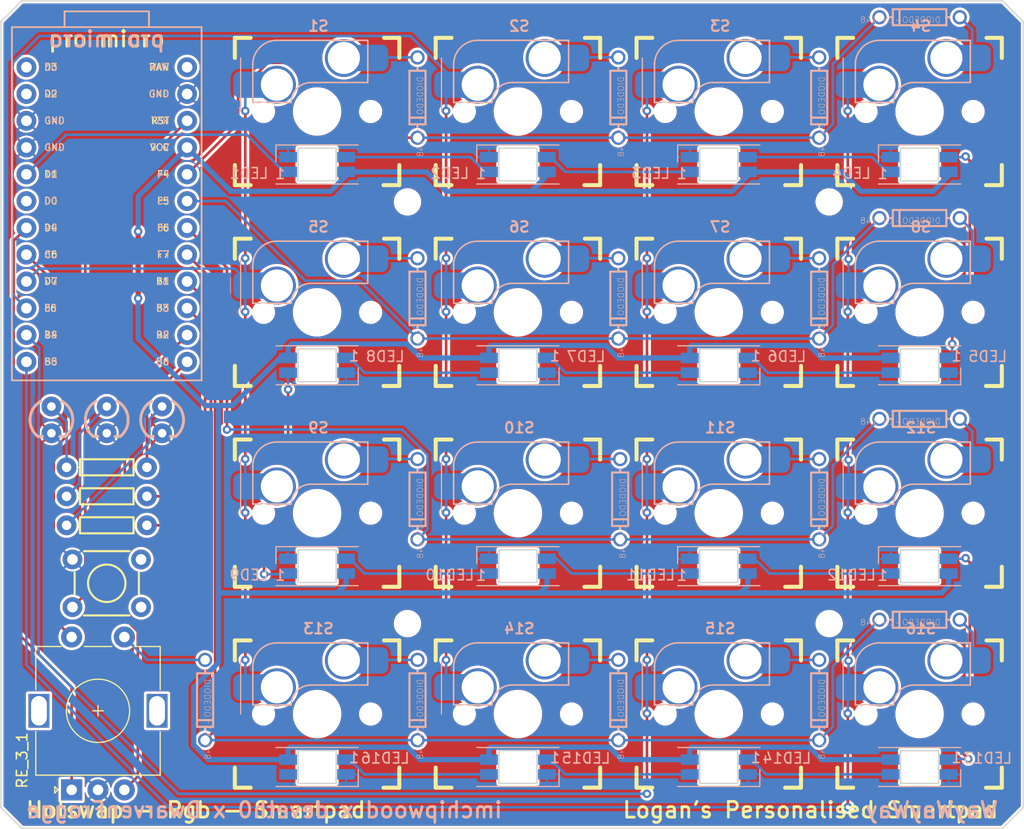
<source format=kicad_pcb>
(kicad_pcb (version 20240108) (generator "pcbnew") (generator_version "8.0")
  (layers (0 "F.Cu" signal) (31 "B.Cu" signal) (34 "B.Paste" user) (35 "F.Paste" user) (36 "B.SilkS" user "B.Silkscreen") (37 "F.SilkS" user "F.Silkscreen") (38 "B.Mask" user) (39 "F.Mask" user) (44 "Edge.Cuts" user))
  (net 0 "")
  (net 1 "GND")
  (net 2 "/RAW")
  (net 3 "/RESET")
  (net 4 "/ROW0")
  (net 5 "/ROW1")
  (net 6 "VCC")
  (net 7 "/ROW2")
  (net 8 "/ROW3")
  (net 9 "/LED1")
  (net 10 "/LED2")
  (net 11 "/ENCODER0_L0")
  (net 12 "/LED0")
  (net 13 "/COL4")
  (net 14 "/COL3")
  (net 15 "/COL2")
  (net 16 "/COL1")
  (net 17 "/COL0")
  (net 18 "/ENCODER0_L1")
  (net 19 "/NC{slash}RX{slash}D2")
  (net 20 "/NC{slash}TX{slash}D3")
  (net 21 "Net-(D1-PadA)")
  (net 22 "Net-(D2-PadA)")
  (net 23 "Net-(D3-PadA)")
  (net 24 "Net-(D4-PadA)")
  (net 25 "Net-(D5-PadA)")
  (net 26 "Net-(D6-PadA)")
  (net 27 "Net-(D7-PadA)")
  (net 28 "Net-(D8-PadA)")
  (net 29 "Net-(D9-PadA)")
  (net 30 "Net-(D10-PadA)")
  (net 31 "Net-(D11-PadA)")
  (net 32 "Net-(D12-PadA)")
  (net 33 "Net-(D13-PadA)")
  (net 34 "Net-(D14-PadA)")
  (net 35 "Net-(D15-PadA)")
  (net 36 "Net-(D16-PadA)")
  (net 37 "Net-(D17-PadA)")
  (net 38 "Net-(D18-PadA)")
  (net 39 "Net-(D19-PadA)")
  (net 40 "Net-(D20-PadA)")
  (net 42 "/KEY_LEDS")
  (net 43 "Net-(LED1-Pad2)")
  (net 44 "Net-(LED2-Pad2)")
  (net 45 "Net-(LED3-Pad2)")
  (net 46 "Net-(LED4-Pad2)")
  (net 47 "Net-(LED5-Pad2)")
  (net 48 "Net-(LED6-Pad2)")
  (net 49 "Net-(LED7-Pad2)")
  (net 50 "Net-(LED8-Pad2)")
  (net 51 "Net-(LED10-Pad4)")
  (net 52 "Net-(LED10-Pad2)")
  (net 53 "Net-(LED11-Pad2)")
  (net 54 "Net-(LED12-Pad2)")
  (net 55 "Net-(LED13-Pad2)")
  (net 56 "Net-(LED14-Pad2)")
  (net 57 "Net-(LED15-Pad2)")
  (footprint "dumbpad:TACTILE_SWITCH_PTH_6.0MM" (layer "F.Cu") (at 110.0511 121.0036)
    (property "Reference" "S17" (hide yes))
    (property "Value" "MOMENTARY-SWITCH-SPST-PTH-6.0MM" (hide yes))
  )
  (footprint "MountingHole:MountingHole_2.1mm" (layer "F.Cu") (at 138.5761 124.8286)
    (property "Reference" "REF**")
    (property "Value" "MountingHole_2.1mm")
  )
  (footprint "MountingHole:MountingHole_2.1mm" (layer "F.Cu") (at 178.5761 124.8286)
    (property "Reference" "REF**")
    (property "Value" "MountingHole_2.1mm")
  )
  (footprint "dumbpad:SPARKFUN_PRO_MICRO" (layer "F.Cu") (at 110.0511 84.7536)
    (property "Reference" "B1" (hide yes))
    (property "Value" "SPARKFUN_PRO_MICRO" (hide yes))
  )
  (footprint "Rotary_Encoder:RotaryEncoder_Alps_EC11E-Switch_Vertical_H20mm" (layer "F.Cu") (at 106.72 140.6 90)
    (property "Reference" "RE_3_1")
    (property "Value" "CHERRY-MX-ENCODER")
  )
  (footprint "dumbpad:AXIAL-0.3" (layer "F.Cu") (at 110.0511 115.5036)
    (property "Reference" "R3" (hide yes))
    (property "Value" "330" (hide yes))
  )
  (footprint "dumbpad:AXIAL-0.3" (layer "F.Cu") (at 110.0511 110.0036)
    (property "Reference" "R1" (hide yes))
    (property "Value" "330" (hide yes))
  )
  (footprint "dumbpad:LED_3MM" (layer "F.Cu") (at 110.0511 105.5036 -90)
    (property "Reference" "D18" (hide yes))
    (property "Value" "LED3MM")
  )
  (footprint "dumbpad:LED_3MM" (layer "F.Cu") (at 115.3011 105.5036 -90)
    (property "Reference" "D19" (hide yes))
    (property "Value" "LED3MM")
  )
  (footprint "MountingHole:MountingHole_2.1mm" (layer "F.Cu") (at 138.5761 84.8286)
    (property "Reference" "REF**")
    (property "Value" "MountingHole_2.1mm")
  )
  (footprint "dumbpad:LED_3MM" (layer "F.Cu") (at 104.8011 105.5036 -90)
    (property "Reference" "D17" (hide yes))
    (property "Value" "LED3MM")
  )
  (footprint "dumbpad:AXIAL-0.3" (layer "F.Cu") (at 110.0511 112.7536)
    (property "Reference" "R2" (hide yes))
    (property "Value" "330" (hide yes))
  )
  (footprint "MountingHole:MountingHole_2.1mm" (layer "F.Cu") (at 178.5761 84.8286)
    (property "Reference" "REF**")
    (property "Value" "MountingHole_2.1mm")
  )
  (footprint "Keyswitch:Kailh-CPG151101S11_MX_Socket-1.00u" (layer "B.Cu") (at 130.0011 76.2536 180)
    (property "Reference" "S1")
    (property "Value" "MOMENTARY-SWITCH-SPST-LED-PTH-CHERRY" (hide yes))
  )
  (footprint "dumbpad:DO-1N4148" (layer "B.Cu") (at 158.75 113.03 -90)
    (property "Reference" "D10" (hide yes))
    (property "Value" "DIODEDO-1N4148")
  )
  (footprint "Library:YS-SK6812MINI-E" (layer "B.Cu") (at 149.0511 100.33 180)
    (property "Reference" "LED7")
    (property "Value" "SK6812MINI")
    (fp_line (start 1.8 1.55) (end -1.8 1.55) (stroke (width 0.12)) (layer "Edge.Cuts"))
    (fp_line (start 1.8 -1.55) (end 1.8 1.55) (stroke (width 0.12)) (layer "Edge.Cuts"))
    (fp_line (start -1.8 1.55) (end -1.8 -1.55) (stroke (width 0.12)) (layer "Edge.Cuts"))
    (fp_line (start -1.8 -1.55) (end 1.8 -1.55) (stroke (width 0.12)) (layer "Edge.Cuts"))
  )
  (footprint "Keyswitch:Kailh-CPG151101S11_MX_Socket-1.00u" (layer "B.Cu") (at 168.1011 133.4036 180)
    (property "Reference" "S15")
    (property "Value" "MOMENTARY-SWITCH-SPST-LED-PTH-CHERRY" (hide yes))
  )
  (footprint "Keyswitch:Kailh-CPG151101S11_MX_Socket-1.00u" (layer "B.Cu") (at 187.1511 95.3036 180)
    (property "Reference" "S8")
    (property "Value" "MOMENTARY-SWITCH-SPST-LED-PTH-CHERRY" (hide yes))
  )
  (footprint "Keyswitch:Kailh-CPG151101S11_MX_Socket-1.00u" (layer "B.Cu") (at 149.0511 76.2536 180)
    (property "Reference" "S2")
    (property "Value" "MOMENTARY-SWITCH-SPST-LED-PTH-CHERRY" (hide yes))
  )
  (footprint "dumbpad:DO-1N4148" (layer "B.Cu") (at 187.1511 86.36 180)
    (property "Reference" "D8" (hide yes))
    (property "Value" "DIODEDO-1N4148")
  )
  (footprint "dumbpad:DO-1N4148" (layer "B.Cu") (at 158.5761 93.98 -90)
    (property "Reference" "D6" (hide yes))
    (property "Value" "DIODEDO-1N4148")
  )
  (footprint "Library:YS-SK6812MINI-E" (layer "B.Cu") (at 187.1511 81.28)
    (property "Reference" "LED4")
    (property "Value" "SK6812MINI")
    (fp_line (start -1.8 -1.55) (end 1.8 -1.55) (stroke (width 0.12)) (layer "Edge.Cuts"))
    (fp_line (start -1.8 1.55) (end -1.8 -1.55) (stroke (width 0.12)) (layer "Edge.Cuts"))
    (fp_line (start 1.8 -1.55) (end 1.8 1.55) (stroke (width 0.12)) (layer "Edge.Cuts"))
    (fp_line (start 1.8 1.55) (end -1.8 1.55) (stroke (width 0.12)) (layer "Edge.Cuts"))
  )
  (footprint "Keyswitch:Kailh-CPG151101S11_MX_Socket-1.00u" (layer "B.Cu") (at 187.1511 76.2536 180)
    (property "Reference" "S4")
    (property "Value" "MOMENTARY-SWITCH-SPST-LED-PTH-CHERRY" (hide yes))
  )
  (footprint "Keyswitch:Kailh-CPG151101S11_MX_Socket-1.00u" (layer "B.Cu") (at 130.0011 95.3036 180)
    (property "Reference" "S5")
    (property "Value" "MOMENTARY-SWITCH-SPST-LED-PTH-CHERRY" (hide yes))
  )
  (footprint "dumbpad:DO-1N4148" (layer "B.Cu") (at 187.1511 67.31 180)
    (property "Reference" "D4" (hide yes))
    (property "Value" "DIODEDO-1N4148")
  )
  (footprint "Library:YS-SK6812MINI-E" (layer "B.Cu") (at 187.1511 119.38)
    (property "Reference" "LED12")
    (property "Value" "SK6812MINI")
    (fp_line (start -1.8 -1.55) (end 1.8 -1.55) (stroke (width 0.12)) (layer "Edge.Cuts"))
    (fp_line (start -1.8 1.55) (end -1.8 -1.55) (stroke (width 0.12)) (layer "Edge.Cuts"))
    (fp_line (start 1.8 -1.55) (end 1.8 1.55) (stroke (width 0.12)) (layer "Edge.Cuts"))
    (fp_line (start 1.8 1.55) (end -1.8 1.55) (stroke (width 0.12)) (layer "Edge.Cuts"))
  )
  (footprint "Library:YS-SK6812MINI-E" (layer "B.Cu") (at 168.1011 81.28)
    (property "Reference" "LED3")
    (property "Value" "SK6812MINI")
    (fp_line (start -1.8 -1.55) (end 1.8 -1.55) (stroke (width 0.12)) (layer "Edge.Cuts"))
    (fp_line (start -1.8 1.55) (end -1.8 -1.55) (stroke (width 0.12)) (layer "Edge.Cuts"))
    (fp_line (start 1.8 -1.55) (end 1.8 1.55) (stroke (width 0.12)) (layer "Edge.Cuts"))
    (fp_line (start 1.8 1.55) (end -1.8 1.55) (stroke (width 0.12)) (layer "Edge.Cuts"))
  )
  (footprint "Keyswitch:Kailh-CPG151101S11_MX_Socket-1.00u" (layer "B.Cu") (at 149.0511 133.4036 180)
    (property "Reference" "S14")
    (property "Value" "MOMENTARY-SWITCH-SPST-LED-PTH-CHERRY" (hide yes))
  )
  (footprint "Keyswitch:Kailh-CPG151101S11_MX_Socket-1.00u" (layer "B.Cu") (at 168.1011 114.3536 180)
    (property "Reference" "S11")
    (property "Value" "MOMENTARY-SWITCH-SPST-LED-PTH-CHERRY" (hide yes))
  )
  (footprint "Library:YS-SK6812MINI-E" (layer "B.Cu") (at 130.0011 138.43 180)
    (property "Reference" "LED16")
    (property "Value" "SK6812MINI")
    (fp_line (start 1.8 1.55) (end -1.8 1.55) (stroke (width 0.12)) (layer "Edge.Cuts"))
    (fp_line (start 1.8 -1.55) (end 1.8 1.55) (stroke (width 0.12)) (layer "Edge.Cuts"))
    (fp_line (start -1.8 1.55) (end -1.8 -1.55) (stroke (width 0.12)) (layer "Edge.Cuts"))
    (fp_line (start -1.8 -1.55) (end 1.8 -1.55) (stroke (width 0.12)) (layer "Edge.Cuts"))
  )
  (footprint "Keyswitch:Kailh-CPG151101S11_MX_Socket-1.00u" (layer "B.Cu") (at 168.1011 95.3036 180)
    (property "Reference" "S7")
    (property "Value" "MOMENTARY-SWITCH-SPST-LED-PTH-CHERRY" (hide yes))
  )
  (footprint "Keyswitch:Kailh-CPG151101S11_MX_Socket-1.00u" (layer "B.Cu") (at 149.0511 95.3036 180)
    (property "Reference" "S6")
    (property "Value" "MOMENTARY-SWITCH-SPST-LED-PTH-CHERRY" (hide yes))
  )
  (footprint "dumbpad:DO-1N4148" (layer "B.Cu") (at 139.5261 113.03 -90)
    (property "Reference" "D9" (hide yes))
    (property "Value" "DIODEDO-1N4148")
  )
  (footprint "dumbpad:DO-1N4148" (layer "B.Cu") (at 177.6261 113.03 -90)
    (property "Reference" "D11" (hide yes))
    (property "Value" "DIODEDO-1N4148")
  )
  (footprint "Library:YS-SK6812MINI-E" (layer "B.Cu") (at 149.0511 119.38)
    (property "Reference" "LED10")
    (property "Value" "SK6812MINI")
    (fp_line (start -1.8 -1.55) (end 1.8 -1.55) (stroke (width 0.12)) (layer "Edge.Cuts"))
    (fp_line (start -1.8 1.55) (end -1.8 -1.55) (stroke (width 0.12)) (layer "Edge.Cuts"))
    (fp_line (start 1.8 -1.55) (end 1.8 1.55) (stroke (width 0.12)) (layer "Edge.Cuts"))
    (fp_line (start 1.8 1.55) (end -1.8 1.55) (stroke (width 0.12)) (layer "Edge.Cuts"))
  )
  (footprint "dumbpad:DO-1N4148" (layer "B.Cu") (at 139.5261 132.08 -90)
    (property "Reference" "D13" (hide yes))
    (property "Value" "DIODEDO-1N4148")
  )
  (footprint "Library:YS-SK6812MINI-E" (layer "B.Cu") (at 149.0511 81.28)
    (property "Reference" "LED2")
    (property "Value" "SK6812MINI")
    (fp_line (start -1.8 -1.55) (end 1.8 -1.55) (stroke (width 0.12)) (layer "Edge.Cuts"))
    (fp_line (start -1.8 1.55) (end -1.8 -1.55) (stroke (width 0.12)) (layer "Edge.Cuts"))
    (fp_line (start 1.8 -1.55) (end 1.8 1.55) (stroke (width 0.12)) (layer "Edge.Cuts"))
    (fp_line (start 1.8 1.55) (end -1.8 1.55) (stroke (width 0.12)) (layer "Edge.Cuts"))
  )
  (footprint "Keyswitch:Kailh-CPG151101S11_MX_Socket-1.00u" (layer "B.Cu") (at 187.1511 114.3536 180)
    (property "Reference" "S12")
    (property "Value" "MOMENTARY-SWITCH-SPST-LED-PTH-CHERRY" (hide yes))
  )
  (footprint "dumbpad:DO-1N4148" (layer "B.Cu") (at 119.38 132.08 -90)
    (property "Reference" "D20" (hide yes))
    (property "Value" "DIODEDO-1N4148")
  )
  (footprint "Library:YS-SK6812MINI-E" (layer "B.Cu") (at 187.1511 138.43 180)
    (property "Reference" "LED13")
    (property "Value" "SK6812MINI")
    (fp_line (start 1.8 1.55) (end -1.8 1.55) (stroke (width 0.12)) (layer "Edge.Cuts"))
    (fp_line (start 1.8 -1.55) (end 1.8 1.55) (stroke (width 0.12)) (layer "Edge.Cuts"))
    (fp_line (start -1.8 1.55) (end -1.8 -1.55) (stroke (width 0.12)) (layer "Edge.Cuts"))
    (fp_line (start -1.8 -1.55) (end 1.8 -1.55) (stroke (width 0.12)) (layer "Edge.Cuts"))
  )
  (footprint "dumbpad:DO-1N4148" (layer "B.Cu") (at 177.6261 93.98 -90)
    (property "Reference" "D7" (hide yes))
    (property "Value" "DIODEDO-1N4148")
  )
  (footprint "Library:YS-SK6812MINI-E" (layer "B.Cu") (at 187.1511 100.33 180)
    (property "Reference" "LED5")
    (property "Value" "SK6812MINI")
    (fp_line (start 1.8 1.55) (end -1.8 1.55) (stroke (width 0.12)) (layer "Edge.Cuts"))
    (fp_line (start 1.8 -1.55) (end 1.8 1.55) (stroke (width 0.12)) (layer "Edge.Cuts"))
    (fp_line (start -1.8 1.55) (end -1.8 -1.55) (stroke (width 0.12)) (layer "Edge.Cuts"))
    (fp_line (start -1.8 -1.55) (end 1.8 -1.55) (stroke (width 0.12)) (layer "Edge.Cuts"))
  )
  (footprint "Keyswitch:Kailh-CPG151101S11_MX_Socket-1.00u" (layer "B.Cu") (at 168.1011 76.2536 180)
    (property "Reference" "S3")
    (property "Value" "MOMENTARY-SWITCH-SPST-LED-PTH-CHERRY" (hide yes))
  )
  (footprint "dumbpad:DO-1N4148" (layer "B.Cu") (at 139.5261 93.98 -90)
    (property "Reference" "D5" (hide yes))
    (property "Value" "DIODEDO-1N4148")
  )
  (footprint "dumbpad:DO-1N4148" (layer "B.Cu") (at 187.1511 124.46 180)
    (property "Reference" "D16" (hide yes))
    (property "Value" "DIODEDO-1N4148")
  )
  (footprint "dumbpad:DO-1N4148" (layer "B.Cu") (at 158.5761 132.08 -90)
    (property "Reference" "D14" (hide yes))
    (property "Value" "DIODEDO-1N4148")
  )
  (footprint "dumbpad:DO-1N4148" (layer "B.Cu") (at 177.6261 74.93 -90)
    (property "Reference" "D3" (hide yes))
    (property "Value" "DIODEDO-1N4148")
  )
  (footprint "dumbpad:DO-1N4148" (layer "B.Cu") (at 177.6261 132.08 -90)
    (property "Reference" "D15" (hide yes))
    (property "Value" "DIODEDO-1N4148")
  )
  (footprint "Library:YS-SK6812MINI-E" (layer "B.Cu") (at 168.1011 100.33 180)
    (property "Reference" "LED6")
    (property "Value" "SK6812MINI")
    (fp_line (start 1.8 1.55) (end -1.8 1.55) (stroke (width 0.12)) (layer "Edge.Cuts"))
    (fp_line (start 1.8 -1.55) (end 1.8 1.55) (stroke (width 0.12)) (layer "Edge.Cuts"))
    (fp_line (start -1.8 1.55) (end -1.8 -1.55) (stroke (width 0.12)) (layer "Edge.Cuts"))
    (fp_line (start -1.8 -1.55) (end 1.8 -1.55) (stroke (width 0.12)) (layer "Edge.Cuts"))
  )
  (footprint "Library:YS-SK6812MINI-E" (layer "B.Cu") (at 130.0011 81.28)
    (property "Reference" "LED1")
    (property "Value" "SK6812MINI")
    (fp_line (start -1.8 -1.55) (end 1.8 -1.55) (stroke (width 0.12)) (layer "Edge.Cuts"))
    (fp_line (start -1.8 1.55) (end -1.8 -1.55) (stroke (width 0.12)) (layer "Edge.Cuts"))
    (fp_line (start 1.8 -1.55) (end 1.8 1.55) (stroke (width 0.12)) (layer "Edge.Cuts"))
    (fp_line (start 1.8 1.55) (end -1.8 1.55) (stroke (width 0.12)) (layer "Edge.Cuts"))
  )
  (footprint "Keyswitch:Kailh-CPG151101S11_MX_Socket-1.00u" (layer "B.Cu") (at 130.0011 133.4072 180)
    (property "Reference" "S13")
    (property "Value" "MOMENTARY-SWITCH-SPST-LED-PTH-CHERRY" (hide yes))
  )
  (footprint "Library:YS-SK6812MINI-E" (layer "B.Cu") (at 130.0011 119.38)
    (property "Reference" "LED9")
    (property "Value" "SK6812MINI")
    (fp_line (start -1.8 -1.55) (end 1.8 -1.55) (stroke (width 0.12)) (layer "Edge.Cuts"))
    (fp_line (start -1.8 1.55) (end -1.8 -1.55) (stroke (width 0.12)) (layer "Edge.Cuts"))
    (fp_line (start 1.8 -1.55) (end 1.8 1.55) (stroke (width 0.12)) (layer "Edge.Cuts"))
    (fp_line (start 1.8 1.55) (end -1.8 1.55) (stroke (width 0.12)) (layer "Edge.Cuts"))
  )
  (footprint "Keyswitch:Kailh-CPG151101S11_MX_Socket-1.00u" (layer "B.Cu") (at 130.0011 114.3536 180)
    (property "Reference" "S9")
    (property "Value" "MOMENTARY-SWITCH-SPST-LED-PTH-CHERRY" (hide yes))
  )
  (footprint "Library:YS-SK6812MINI-E" (layer "B.Cu") (at 168.1011 119.38)
    (property "Reference" "LED11")
    (property "Value" "SK6812MINI")
    (fp_line (start -1.8 -1.55) (end 1.8 -1.55) (stroke (width 0.12)) (layer "Edge.Cuts"))
    (fp_line (start -1.8 1.55) (end -1.8 -1.55) (stroke (width 0.12)) (layer "Edge.Cuts"))
    (fp_line (start 1.8 -1.55) (end 1.8 1.55) (stroke (width 0.12)) (layer "Edge.Cuts"))
    (fp_line (start 1.8 1.55) (end -1.8 1.55) (stroke (width 0.12)) (layer "Edge.Cuts"))
  )
  (footprint "dumbpad:DO-1N4148" (layer "B.Cu") (at 139.5261 74.93 -90)
    (property "Reference" "D1" (hide yes))
    (property "Value" "DIODEDO-1N4148")
  )
  (footprint "Keyswitch:Kailh-CPG151101S11_MX_Socket-1.00u" (layer "B.Cu") (at 187.1511 133.4072 180)
    (property "Reference" "S16")
    (property "Value" "MOMENTARY-SWITCH-SPST-LED-PTH-CHERRY" (hide yes))
  )
  (footprint "Library:YS-SK6812MINI-E" (layer "B.Cu") (at 149.0511 138.43 180)
    (property "Reference" "LED15")
    (property "Value" "SK6812MINI")
    (fp_line (start 1.8 1.55) (end -1.8 1.55) (stroke (width 0.12)) (layer "Edge.Cuts"))
    (fp_line (start 1.8 -1.55) (end 1.8 1.55) (stroke (width 0.12)) (layer "Edge.Cuts"))
    (fp_line (start -1.8 1.55) (end -1.8 -1.55) (stroke (width 0.12)) (layer "Edge.Cuts"))
    (fp_line (start -1.8 -1.55) (end 1.8 -1.55) (stroke (width 0.12)) (layer "Edge.Cuts"))
  )
  (footprint "dumbpad:DO-1N4148" (layer "B.Cu") (at 187.1511 105.41 180)
    (property "Reference" "D12" (hide yes))
    (property "Value" "DIODEDO-1N4148")
  )
  (footprint "Library:YS-SK6812MINI-E" (layer "B.Cu") (at 130.0011 100.33 180)
    (property "Reference" "LED8")
    (property "Value" "SK6812MINI")
    (fp_line (start 1.8 1.55) (end -1.8 1.55) (stroke (width 0.12)) (layer "Edge.Cuts"))
    (fp_line (start 1.8 -1.55) (end 1.8 1.55) (stroke (width 0.12)) (layer "Edge.Cuts"))
    (fp_line (start -1.8 1.55) (end -1.8 -1.55) (stroke (width 0.12)) (layer "Edge.Cuts"))
    (fp_line (start -1.8 -1.55) (end 1.8 -1.55) (stroke (width 0.12)) (layer "Edge.Cuts"))
  )
  (footprint "dumbpad:DO-1N4148" (layer "B.Cu") (at 158.5761 74.93 -90)
    (property "Reference" "D2" (hide yes))
    (property "Value" "DIODEDO-1N4148")
  )
  (footprint "Library:YS-SK6812MINI-E" (layer "B.Cu") (at 168.1011 138.43 180)
    (property "Reference" "LED14")
    (property "Value" "SK6812MINI")
    (fp_line (start 1.8 1.55) (end -1.8 1.55) (stroke (width 0.12)) (layer "Edge.Cuts"))
    (fp_line (start 1.8 -1.55) (end 1.8 1.55) (stroke (width 0.12)) (layer "Edge.Cuts"))
    (fp_line (start -1.8 1.55) (end -1.8 -1.55) (stroke (width 0.12)) (layer "Edge.Cuts"))
    (fp_line (start -1.8 -1.55) (end 1.8 -1.55) (stroke (width 0.12)) (layer "Edge.Cuts"))
  )
  (footprint "Keyswitch:Kailh-CPG151101S11_MX_Socket-1.00u" (layer "B.Cu") (at 149.0511 114.3536 180)
    (property "Reference" "S10")
    (property "Value" "MOMENTARY-SWITCH-SPST-LED-PTH-CHERRY" (hide yes))
  )
  (gr_line (start 106.0511 68.2536) (end 114.0511 68.2536) (stroke (width 0.1524)) (layer "B.SilkS"))
  (gr_line (start 114.0511 68.2536) (end 119.0511 68.2536) (stroke (width 0.1524)) (layer "B.SilkS"))
  (gr_line (start 106.0511 66.7536) (end 114.0511 66.7536) (stroke (width 0.1524)) (layer "B.SilkS"))
  (gr_line (start 101.0511 68.2536) (end 106.0511 68.2536) (stroke (width 0.1524)) (layer "B.SilkS"))
  (gr_line (start 119.0511 68.2536) (end 119.0511 101.7536) (stroke (width 0.1524)) (layer "B.SilkS"))
  (gr_line (start 106.0511 68.2536) (end 106.0511 66.7536) (stroke (width 0.1524)) (layer "B.SilkS"))
  (gr_line (start 114.0511 66.7536) (end 114.0511 68.2536) (stroke (width 0.1524)) (layer "B.SilkS"))
  (gr_line (start 119.0511 101.7536) (end 101.0511 101.7536) (stroke (width 0.1524)) (layer "B.SilkS"))
  (gr_line (start 101.0511 101.7536) (end 101.0511 68.2536) (stroke (width 0.1524)) (layer "B.SilkS"))
  (gr_line (start 119.0511 68.2536) (end 119.0511 101.7536) (stroke (width 0.1524)) (layer "F.SilkS"))
  (gr_line (start 106.0511 66.7536) (end 114.0511 66.7536) (stroke (width 0.1524)) (layer "F.SilkS"))
  (gr_line (start 106.0511 68.2536) (end 106.0511 66.7536) (stroke (width 0.1524)) (layer "F.SilkS"))
  (gr_line (start 114.0511 66.7536) (end 114.0511 68.2536) (stroke (width 0.1524)) (layer "F.SilkS"))
  (gr_line (start 114.0511 68.2536) (end 119.0511 68.2536) (stroke (width 0.1524)) (layer "F.SilkS"))
  (gr_line (start 101.0511 68.2536) (end 106.0511 68.2536) (stroke (width 0.1524)) (layer "F.SilkS"))
  (gr_line (start 101.0511 101.7536) (end 101.0511 68.2536) (stroke (width 0.1524)) (layer "F.SilkS"))
  (gr_line (start 119.0511 101.7536) (end 101.0511 101.7536) (stroke (width 0.1524)) (layer "F.SilkS"))
  (gr_line (start 106.0511 68.2536) (end 114.0511 68.2536) (stroke (width 0.1524)) (layer "F.SilkS"))
  (gr_line (start 197.0011 67.7536) (end 195.0011 65.7536) (stroke (width 0.1524)) (layer "Edge.Cuts"))
  (gr_line (start 100.0011 67.7536) (end 100.0011 142.2536) (stroke (width 0.1524)) (layer "Edge.Cuts"))
  (gr_line (start 102.0011 65.7536) (end 100.0011 67.7536) (stroke (width 0.1524)) (layer "Edge.Cuts"))
  (gr_line (start 100.0011 142.2536) (end 102.0011 144.2536) (stroke (width 0.1524)) (layer "Edge.Cuts"))
  (gr_line (start 197.0011 142.2536) (end 197.0011 67.7536) (stroke (width 0.1524)) (layer "Edge.Cuts"))
  (gr_line (start 195.0011 144.2536) (end 197.0011 142.2536) (stroke (width 0.1524)) (layer "Edge.Cuts"))
  (gr_line (start 195.0011 65.7536) (end 102.0011 65.7536) (stroke (width 0.1524)) (layer "Edge.Cuts"))
  (gr_line (start 102.0011 144.2536) (end 195.0011 144.2536) (stroke (width 0.1524)) (layer "Edge.Cuts"))
  (gr_text "pro micro" (at 110.0511 70.2536 0) (layer "B.SilkS") (effects (font (size 1.4875 1.4875) (thickness 0.2625)) (justify bottom mirror)))
  (gr_text "C6" (at 104.0511 89.8236 0) (layer "B.SilkS") (effects (font (size 0.6375 0.6375) (thickness 0.1125)) (justify right mirror)))
  (gr_text "E6" (at 104.0511 94.9036 0) (layer "B.SilkS") (effects (font (size 0.6375 0.6375) (thickness 0.1125)) (justify right mirror)))
  (gr_text "B3" (at 116.0511 94.9036 0) (layer "B.SilkS") (effects (font (size 0.6375 0.6375) (thickness 0.1125)) (justify left mirror)))
  (gr_text "VCC" (at 116.0511 79.6636 0) (layer "B.SilkS") (effects (font (size 0.6375 0.6375) (thickness 0.1125)) (justify left mirror)))
  (gr_text "F6" (at 116.0511 87.2836 0) (layer "B.SilkS") (effects (font (size 0.6375 0.6375) (thickness 0.1125)) (justify left mirror)))
  (gr_text "D7" (at 104.0511 92.3636 0) (layer "B.SilkS") (effects (font (size 0.6375 0.6375) (thickness 0.1125)) (justify right mirror)))
  (gr_text "F7" (at 116.0511 89.8236 0) (layer "B.SilkS") (effects (font (size 0.6375 0.6375) (thickness 0.1125)) (justify left mirror)))
  (gr_text "GND" (at 104.0511 79.6636 0) (layer "B.SilkS") (effects (font (size 0.6375 0.6375) (thickness 0.1125)) (justify right mirror)))
  (gr_text "B6" (at 116.0511 99.9836 0) (layer "B.SilkS") (effects (font (size 0.6375 0.6375) (thickness 0.1125)) (justify left mirror)))
  (gr_text "D4" (at 104.0511 87.2836 0) (layer "B.SilkS") (effects (font (size 0.6375 0.6375) (thickness 0.1125)) (justify right mirror)))
  (gr_text "B5" (at 104.0511 99.9836 0) (layer "B.SilkS") (effects (font (size 0.6375 0.6375) (thickness 0.1125)) (justify right mirror)))
  (gr_text "RST" (at 116.0511 77.1236 0) (layer "B.SilkS") (effects (font (size 0.6375 0.6375) (thickness 0.1125)) (justify left mirror)))
  (gr_text "RAW" (at 116.0511 72.0436 0) (layer "B.SilkS") (effects (font (size 0.6375 0.6375) (thickness 0.1125)) (justify left mirror)))
  (gr_text "GND" (at 116.0511 74.5836 0) (layer "B.SilkS") (effects (font (size 0.6375 0.6375) (thickness 0.1125)) (justify left mirror)))
  (gr_text "D3" (at 104.0511 72.0436 0) (layer "B.SilkS") (effects (font (size 0.6375 0.6375) (thickness 0.1125)) (justify right mirror)))
  (gr_text "D0" (at 104.0511 84.7436 0) (layer "B.SilkS") (effects (font (size 0.6375 0.6375) (thickness 0.1125)) (justify right mirror)))
  (gr_text "B1" (at 116.0511 92.3636 0) (layer "B.SilkS") (effects (font (size 0.6375 0.6375) (thickness 0.1125)) (justify left mirror)))
  (gr_text "B2" (at 116.0511 97.4436 0) (layer "B.SilkS") (effects (font (size 0.6375 0.6375) (thickness 0.1125)) (justify left mirror)))
  (gr_text "D1" (at 104.0511 82.2036 0) (layer "B.SilkS") (effects (font (size 0.6375 0.6375) (thickness 0.1125)) (justify right mirror)))
  (gr_text "imchipwood x deveth0 x DwarvenFrogge" (at 102.2511 143.3786 0) (layer "B.SilkS") (effects (font (size 1.4875 1.4875) (thickness 0.2625)) (justify right bottom mirror)))
  (gr_text "D2" (at 104.0511 74.5836 0) (layer "B.SilkS") (effects (font (size 0.6375 0.6375) (thickness 0.1125)) (justify right mirror)))
  (gr_text "F5" (at 116.0511 84.7436 0) (layer "B.SilkS") (effects (font (size 0.6375 0.6375) (thickness 0.1125)) (justify left mirror)))
  (gr_text "GND" (at 104.0511 77.1236 0) (layer "B.SilkS") (effects (font (size 0.6375 0.6375) (thickness 0.1125)) (justify right mirror)))
  (gr_text "B4" (at 104.0511 97.4436 0) (layer "B.SilkS") (effects (font (size 0.6375 0.6375) (thickness 0.1125)) (justify right mirror)))
  (gr_text "WayWayWay" (at 194.7511 143.3786 0) (layer "B.SilkS") (effects (font (size 1.4875 1.4875) (thickness 0.2625)) (justify left bottom mirror)))
  (gr_text "F4" (at 116.0511 82.2036 0) (layer "B.SilkS") (effects (font (size 0.6375 0.6375) (thickness 0.1125)) (justify left mirror)))
  (gr_text "D4" (at 104.0511 87.2836 0) (layer "F.SilkS") (effects (font (size 0.6375 0.6375) (thickness 0.1125)) (justify left)))
  (gr_text "F7" (at 116.0511 89.8236 0) (layer "F.SilkS") (effects (font (size 0.6375 0.6375) (thickness 0.1125)) (justify right)))
  (gr_text "B5" (at 104.0511 99.9836 0) (layer "F.SilkS") (effects (font (size 0.6375 0.6375) (thickness 0.1125)) (justify left)))
  (gr_text "D7" (at 104.0511 92.3636 0) (layer "F.SilkS") (effects (font (size 0.6375 0.6375) (thickness 0.1125)) (justify left)))
  (gr_text "B1" (at 116.0511 92.3636 0) (layer "F.SilkS") (effects (font (size 0.6375 0.6375) (thickness 0.1125)) (justify right)))
  (gr_text "B2" (at 116.0511 97.4436 0) (layer "F.SilkS") (effects (font (size 0.6375 0.6375) (thickness 0.1125)) (justify right)))
  (gr_text "C6" (at 104.0511 89.8236 0) (layer "F.SilkS") (effects (font (size 0.6375 0.6375) (thickness 0.1125)) (justify left)))
  (gr_text "B4" (at 104.0511 97.4436 0) (layer "F.SilkS") (effects (font (size 0.6375 0.6375) (thickness 0.1125)) (justify left)))
  (gr_text "D3" (at 104.0511 72.0436 0) (layer "F.SilkS") (effects (font (size 0.6375 0.6375) (thickness 0.1125)) (justify left)))
  (gr_text "VCC" (at 116.0511 79.6636 0) (layer "F.SilkS") (effects (font (size 0.6375 0.6375) (thickness 0.1125)) (justify right)))
  (gr_text "E6" (at 104.0511 94.9036 0) (layer "F.SilkS") (effects (font (size 0.6375 0.6375) (thickness 0.1125)) (justify left)))
  (gr_text "pro micro" (at 110.0511 70.2536 0) (layer "F.SilkS") (effects (font (size 1.4875 1.4875) (thickness 0.2625)) (justify bottom)))
  (gr_text "RAW" (at 116.0511 72.0436 0) (layer "F.SilkS") (effects (font (size 0.6375 0.6375) (thickness 0.1125)) (justify right)))
  (gr_text "Hotswap - Rgb - Smartpad" (at 102.2511 143.3786 0) (layer "F.SilkS") (effects (font (size 1.4875 1.4875) (thickness 0.2625)) (justify left bottom)))
  (gr_text "D0" (at 104.0511 84.7436 0) (layer "F.SilkS") (effects (font (size 0.6375 0.6375) (thickness 0.1125)) (justify left)))
  (gr_text "B6" (at 116.0511 99.9836 0) (layer "F.SilkS") (effects (font (size 0.6375 0.6375) (thickness 0.1125)) (justify right)))
  (gr_text "D2" (at 104.0511 74.5836 0) (layer "F.SilkS") (effects (font (size 0.6375 0.6375) (thickness 0.1125)) (justify left)))
  (gr_text "F5" (at 116.0511 84.7436 0) (layer "F.SilkS") (effects (font (size 0.6375 0.6375) (thickness 0.1125)) (justify right)))
  (gr_text "GND" (at 116.0511 74.5836 0) (layer "F.SilkS") (effects (font (size 0.6375 0.6375) (thickness 0.1125)) (justify right)))
  (gr_text "RST" (at 116.0511 77.1236 0) (layer "F.SilkS") (effects (font (size 0.6375 0.6375) (thickness 0.1125)) (justify right)))
  (gr_text "F6" (at 116.0511 87.2836 0) (layer "F.SilkS") (effects (font (size 0.6375 0.6375) (thickness 0.1125)) (justify right)))
  (gr_text "GND" (at 104.0511 77.1236 0) (layer "F.SilkS") (effects (font (size 0.6375 0.6375) (thickness 0.1125)) (justify left)))
  (gr_text "Logan's Personalised Smartpad" (at 194.7511 143.3786 0) (layer "F.SilkS") (effects (font (size 1.4875 1.4875) (thickness 0.2625)) (justify right bottom)))
  (gr_text "B3" (at 116.0511 94.9036 0) (layer "F.SilkS") (effects (font (size 0.6375 0.6375) (thickness 0.1125)) (justify right)))
  (gr_text "D1" (at 104.0511 82.2036 0) (layer "F.SilkS") (effects (font (size 0.6375 0.6375) (thickness 0.1125)) (justify left)))
  (gr_text "F4" (at 116.0511 82.2036 0) (layer "F.SilkS") (effects (font (size 0.6375 0.6375) (thickness 0.1125)) (justify right)))
  (gr_text "GND" (at 104.0511 79.6636 0) (layer "F.SilkS") (effects (font (size 0.6375 0.6375) (thickness 0.1125)) (justify left)))
  (segment (start 108.016611 86.788089) (end 117.6711 77.1336) (width 0.25) (layer "F.Cu") (net 3))
  (segment (start 106.7999 123.2642) (end 108.016611 122.047489) (width 0.25) (layer "F.Cu") (net 3))
  (segment (start 108.016611 122.047489) (end 108.016611 86.788089) (width 0.25) (layer "F.Cu") (net 3))
  (segment (start 122.513089 77.371611) (end 122.513089 74.454414) (width 0.25) (layer "F.Cu") (net 4))
  (segment (start 125.330814 71.636689) (end 128.812981 71.636689) (width 0.25) (layer "F.Cu") (net 4))
  (segment (start 133.35 76.254235) (end 135.835765 78.74) (width 0.25) (layer "F.Cu") (net 4))
  (segment (start 133.35 76.173708) (end 133.35 76.254235) (width 0.25) (layer "F.Cu") (net 4))
  (segment (start 122.513089 74.454414) (end 125.330814 71.636689) (width 0.25) (layer "F.Cu") (net 4))
  (segment (start 117.6711 82.2136) (end 122.513089 77.371611) (width 0.25) (layer "F.Cu") (net 4))
  (segment (start 128.812981 71.636689) (end 133.35 76.173708) (width 0.25) (layer "F.Cu") (net 4))
  (segment (start 135.835765 78.74) (end 139.5261 78.74) (width 0.25) (layer "F.Cu") (net 4))
  (segment (start 177.6261 78.74) (end 158.5761 78.74) (width 0.25) (layer "B.Cu") (net 4))
  (segment (start 183.3411 67.31) (end 178.92418 71.72692) (width 0.25) (layer "B.Cu") (net 4))
  (segment (start 158.5761 78.74) (end 139.5261 78.74) (width 0.25) (layer "B.Cu") (net 4))
  (segment (start 178.92418 71.72692) (end 178.92418 77.44192) (width 0.25) (layer "B.Cu") (net 4))
  (segment (start 178.92418 77.44192) (end 177.6261 78.74) (width 0.25) (layer "B.Cu") (net 4))
  (segment (start 139.5261 97.79) (end 134.036611 92.300511) (width 0.25) (layer "B.Cu") (net 5))
  (segment (start 178.92418 90.77692) (end 178.92418 96.49192) (width 0.25) (layer "B.Cu") (net 5))
  (segment (start 183.3411 86.36) (end 178.92418 90.77692) (width 0.25) (layer "B.Cu") (net 5))
  (segment (start 178.92418 96.49192) (end 177.6261 97.79) (width 0.25) (layer "B.Cu") (net 5))
  (segment (start 121.3296 84.7536) (end 117.6711 84.7536) (width 0.25) (layer "B.Cu") (net 5))
  (segment (start 134.036611 92.300511) (end 128.876511 92.300511) (width 0.25) (layer "B.Cu") (net 5))
  (segment (start 128.876511 92.300511) (end 121.3296 84.7536) (width 0.25) (layer "B.Cu") (net 5))
  (segment (start 158.5761 97.79) (end 139.5261 97.79) (width 0.25) (layer "B.Cu") (net 5))
  (segment (start 177.6261 97.79) (end 158.5761 97.79) (width 0.25) (layer "B.Cu") (net 5))
  (segment (start 113.03 93.98) (end 113.03 87.63) (width 0.5) (layer "F.Cu") (net 6))
  (via (at 113.03 87.63) (size 0.8) (drill 0.4) (layers "F.Cu" "B.Cu") (net 6))
  (via (at 113.03 93.98) (size 0.8) (drill 0.4) (layers "F.Cu" "B.Cu") (net 6))
  (segment (start 140.4 81.98) (end 142.24 83.82) (width 0.5) (layer "B.Cu") (net 6))
  (segment (start 132.7511 82.340637) (end 132.7511 81.98) (width 0.5) (layer "B.Cu") (net 6))
  (segment (start 120.65 128.522983) (end 120.65 121.92) (width 0.5) (layer "B.Cu") (net 6))
  (segment (start 131.271737 83.82) (end 132.7511 82.340637) (width 0.5) (layer "B.Cu") (net 6))
  (segment (start 165.3511 99.63) (end 165.3511 98.63) (width 0.5) (layer "B.Cu") (net 6))
  (segment (start 118.303089 130.869894) (end 120.65 128.522983) (width 0.5) (layer "B.Cu") (net 6))
  (segment (start 127.2511 99.63) (end 127.2511 98.63) (width 0.5) (layer "B.Cu") (net 6))
  (segment (start 177.862 99.63) (end 184.4011 99.63) (width 0.5) (layer "B.Cu") (net 6))
  (segment (start 139.762 137.73) (end 146.3011 137.73) (width 0.5) (layer "B.Cu") (net 6))
  (segment (start 181.61 83.82) (end 188.421737 83.82) (width 0.5) (layer "B.Cu") (net 6))
  (segment (start 138.58628 136.55428) (end 139.762 137.73) (width 0.5) (layer "B.Cu") (net 6))
  (segment (start 150.321737 83.82) (end 151.8011 82.340637) (width 0.5) (layer "B.Cu") (net 6))
  (segment (start 176.68628 98.45428) (end 177.862 99.63) (width 0.5) (layer "B.Cu") (net 6))
  (segment (start 121.8175 83.82) (end 131.271737 83.82) (width 0.5) (layer "B.Cu") (net 6))
  (segment (start 120.65 104.14) (end 120.65 121.92) (width 0.5) (layer "B.Cu") (net 6))
  (segment (start 165.52682 136.55428) (end 176.68628 136.55428) (width 0.5) (layer "B.Cu") (net 6))
  (segment (start 151.8011 120.08) (end 151.8011 121.2489) (width 0.5) (layer "B.Cu") (net 6))
  (segment (start 165.3511 137.73) (end 165.3511 136.73) (width 0.5) (layer "B.Cu") (net 6))
  (segment (start 131.9111 121.92) (end 189.23 121.92) (width 0.5) (layer "B.Cu") (net 6))
  (segment (start 120.65 104.14) (end 121.92 104.14) (width 0.5) (layer "B.Cu") (net 6))
  (segment (start 117.6711 79.6736) (end 121.8175 83.82) (width 0.5) (layer "B.Cu") (net 6))
  (segment (start 151.8011 121.2489) (end 151.13 121.92) (width 0.5) (layer "B.Cu") (net 6))
  (segment (start 118.303089 130.869894) (end 118.303089 136.336072) (width 0.5) (layer "B.Cu") (net 6))
  (segment (start 176.68628 136.55428) (end 177.862 137.73) (width 0.5) (layer "B.Cu") (net 6))
  (segment (start 127.2511 137.73) (end 127.2511 136.73) (width 0.5) (layer "B.Cu") (net 6))
  (segment (start 170.8511 81.98) (end 179.77 81.98) (width 0.5) (layer "B.Cu") (net 6))
  (segment (start 113.03 87.63) (end 113.03 84.3147) (width 0.5) (layer "B.Cu") (net 6))
  (segment (start 165.3511 98.63) (end 165.52682 98.45428) (width 0.5) (layer "B.Cu") (net 6))
  (segment (start 177.862 137.73) (end 184.4011 137.73) (width 0.5) (layer "B.Cu") (net 6))
  (segment (start 127.5831 98.298) (end 138.511117 98.298) (width 0.5) (layer "B.Cu") (net 6))
  (segment (start 127.42682 136.55428) (end 138.58628 136.55428) (width 0.5) (layer "B.Cu") (net 6))
  (segment (start 189.9011 82.340637) (end 189.9011 81.98) (width 0.5) (layer "B.Cu") (net 6))
  (segment (start 146.3011 137.73) (end 146.3011 136.73) (width 0.5) (layer "B.Cu") (net 6))
  (segment (start 146.47682 136.55428) (end 157.717397 136.55428) (width 0.5) (layer "B.Cu") (net 6))
  (segment (start 146.3011 136.73) (end 146.47682 136.55428) (width 0.5) (layer "B.Cu") (net 6))
  (segment (start 189.9011 121.2489) (end 189.23 121.92) (width 0.5) (layer "B.Cu") (net 6))
  (segment (start 146.3011 98.63) (end 146.47682 98.45428) (width 0.5) (layer "B.Cu") (net 6))
  (segment (start 120.65 121.92) (end 131.9111 121.92) (width 0.5) (layer "B.Cu") (net 6))
  (segment (start 170.8511 82.340637) (end 170.8511 81.98) (width 0.5) (layer "B.Cu") (net 6))
  (segment (start 170.8511 120.08) (end 170.8511 121.2489) (width 0.5) (layer "B.Cu") (net 6))
  (segment (start 113.03 84.3147) (end 117.6711 79.6736) (width 0.5) (layer "B.Cu") (net 6))
  (segment (start 150.321737 83.82) (end 169.371737 83.82) (width 0.5) (layer "B.Cu") (net 6))
  (segment (start 158.558 99.63) (end 165.3511 99.63) (width 0.5) (layer "B.Cu") (net 6))
  (segment (start 126.497278 99.63) (end 121.987278 104.14) (width 0.5) (layer "B.Cu") (net 6))
  (segment (start 121.987278 104.14) (end 121.92 104.14) (width 0.5) (layer "B.Cu") (net 6))
  (segment (start 139.843117 99.63) (end 146.3011 99.63) (width 0.5) (layer "B.Cu") (net 6))
  (segment (start 142.24 83.82) (end 150.321737 83.82) (width 0.5) (layer "B.Cu") (net 6))
  (segment (start 189.9011 120.08) (end 189.9011 121.2489) (width 0.5) (layer "B.Cu") (net 6))
  (segment (start 151.8011 82.340637) (end 151.8011 81.98) (width 0.5) (layer "B.Cu") (net 6))
  (segment (start 146.47682 98.45428) (end 157.38228 98.45428) (width 0.5) (layer "B.Cu") (net 6))
  (segment (start 132.7511 121.08) (end 132.7511 120.08) (width 0.5) (layer "B.Cu") (net 6))
  (segment (start 188.421737 83.82) (end 189.9011 82.340637) (width 0.5) (layer "B.Cu") (net 6))
  (segment (start 170.8511 121.2489) (end 170.18 121.92) (width 0.5) (layer "B.Cu") (net 6))
  (segment (start 138.511117 98.298) (end 139.843117 99.63) (width 0.5) (layer "B.Cu") (net 6))
  (segment (start 113.03 97.79) (end 113.03 93.98) (width 0.5) (layer "B.Cu") (net 6))
  (segment (start 165.52682 98.45428) (end 176.68628 98.45428) (width 0.5) (layer "B.Cu") (net 6))
  (segment (start 119.697017 137.73) (end 127.2511 137.73) (width 0.5) (layer "B.Cu") (net 6))
  (segment (start 119.38 104.14) (end 113.03 97.79) (width 0.5) (layer "B.Cu") (net 6))
  (segment (start 132.7511 81.98) (end 140.4 81.98) (width 0.5) (layer "B.Cu") (net 6))
  (segment (start 127.2511 99.63) (end 126.497278 99.63) (width 0.5) (layer "B.Cu") (net 6))
  (segment (start 127.2511 136.73) (end 127.42682 136.55428) (width 0.5) (layer "B.Cu") (net 6))
  (segment (start 127.2511 98.63) (end 127.5831 98.298) (width 0.5) (layer "B.Cu") (net 6))
  (segment (start 157.717397 136.55428) (end 158.893117 137.73) (width 0.5) (layer "B.Cu") (net 6))
  (segment (start 158.893117 137.73) (end 165.3511 137.73) (width 0.5) (layer "B.Cu") (net 6))
  (segment (start 165.3511 136.73) (end 165.52682 136.55428) (width 0.5) (layer "B.Cu") (net 6))
  (segment (start 118.303089 136.336072) (end 119.697017 137.73) (width 0.5) (layer "B.Cu") (net 6))
  (segment (start 146.3011 99.63) (end 146.3011 98.63) (width 0.5) (layer "B.Cu") (net 6))
  (segment (start 179.77 81.98) (end 181.61 83.82) (width 0.5) (layer "B.Cu") (net 6))
  (segment (start 169.371737 83.82) (end 170.8511 82.340637) (width 0.5) (layer "B.Cu") (net 6))
  (segment (start 157.38228 98.45428) (end 158.558 99.63) (width 0.5) (layer "B.Cu") (net 6))
  (segment (start 131.9111 121.92) (end 132.7511 121.08) (width 0.5) (layer "B.Cu") (net 6))
  (segment (start 120.65 104.14) (end 119.38 104.14) (width 0.5) (layer "B.Cu") (net 6))
  (segment (start 121.4519 91.0744) (end 121.4519 106.426) (width 0.25) (layer "F.Cu") (net 7))
  (segment (start 117.6711 87.2936) (end 121.4519 91.0744) (width 0.25) (layer "F.Cu") (net 7))
  (via (at 121.4519 106.426) (size 0.8) (drill 0.4) (layers "F.Cu" "B.Cu") (net 7))
  (segment (start 138.078307 106.426) (end 140.478011 108.825704) (width 0.25) (layer "B.Cu") (net 7))
  (segment (start 121.4519 106.426) (end 138.078307 106.426) (width 0.25) (layer "B.Cu") (net 7))
  (segment (start 183.3411 105.41) (end 178.92418 109.82692) (width 0.25) (layer "B.Cu") (net 7))
  (segment (start 139.5261 116.84) (end 158.75 116.84) (width 0.25) (layer "B.Cu") (net 7))
  (segment (start 178.92418 115.54192) (end 177.6261 116.84) (width 0.25) (layer "B.Cu") (net 7))
  (segment (start 140.478011 108.825704) (end 140.478011 115.888089) (width 0.25) (layer "B.Cu") (net 7))
  (segment (start 158.75 116.84) (end 177.6261 116.84) (width 0.25) (layer "B.Cu") (net 7))
  (segment (start 140.478011 115.888089) (end 139.5261 116.84) (width 0.25) (layer "B.Cu") (net 7))
  (segment (start 178.92418 109.82692) (end 178.92418 115.54192) (width 0.25) (layer "B.Cu") (net 7))
  (segment (start 120.331911 134.938089) (end 120.331911 92.494411) (width 0.25) (layer "F.Cu") (net 8))
  (segment (start 119.38 135.89) (end 120.331911 134.938089) (width 0.25) (layer "F.Cu") (net 8))
  (segment (start 120.331911 92.494411) (end 117.6711 89.8336) (width 0.25) (layer "F.Cu") (net 8))
  (segment (start 158.5761 135.89) (end 139.5261 135.89) (width 0.25) (layer "B.Cu") (net 8))
  (segment (start 119.38 135.89) (end 139.5261 135.89) (width 0.25) (layer "B.Cu") (net 8))
  (segment (start 183.3411 124.46) (end 178.92418 128.87692) (width 0.25) (layer "B.Cu") (net 8))
  (segment (start 177.6261 135.89) (end 158.5761 135.89) (width 0.25) (layer "B.Cu") (net 8))
  (segment (start 178.92418 134.59192) (end 177.6261 135.89) (width 0.25) (layer "B.Cu") (net 8))
  (segment (start 178.92418 128.87692) (end 178.92418 134.59192) (width 0.25) (layer "B.Cu") (net 8))
  (segment (start 119.38 111.2072) (end 119.38 96.6225) (width 0.25) (layer "F.Cu") (net 9))
  (segment (start 117.8336 112.7536) (end 119.38 111.2072) (width 0.25) (layer "F.Cu") (net 9))
  (segment (start 119.38 96.6225) (end 117.6711 94.9136) (width 0.25) (layer "F.Cu") (net 9))
  (segment (start 113.8611 112.7536) (end 117.8336 112.7536) (width 0.25) (layer "F.Cu") (net 9))
  (segment (start 113.8611 103.8036) (end 117.6711 99.9936) (width 0.25) (layer "F.Cu") (net 10))
  (segment (start 113.8611 110.0036) (end 113.8611 103.8036) (width 0.25) (layer "F.Cu") (net 10))
  (segment (start 111.76 103.3647) (end 111.76 124.334174) (width 0.25) (layer "F.Cu") (net 11))
  (segment (start 112.996911 139.323089) (end 111.72 140.6) (width 0.25) (layer "F.Cu") (net 11))
  (segment (start 112.996911 125.571085) (end 112.996911 139.323089) (width 0.25) (layer "F.Cu") (net 11))
  (segment (start 117.6711 97.4536) (end 111.76 103.3647) (width 0.25) (layer "F.Cu") (net 11))
  (segment (start 111.76 124.334174) (end 112.996911 125.571085) (width 0.25) (layer "F.Cu") (net 11))
  (segment (start 118.1764 115.5036) (end 113.8611 115.5036) (width 0.25) (layer "F.Cu") (net 12))
  (segment (start 119.929991 94.632491) (end 119.929991 113.750009) (width 0.25) (layer "F.Cu") (net 12))
  (segment (start 119.929991 113.750009) (end 118.1764 115.5036) (width 0.25) (layer "F.Cu") (net 12))
  (segment (start 117.6711 92.3736) (end 119.929991 94.632491) (width 0.25) (layer "F.Cu") (net 12))
  (segment (start 180.34 90.17) (end 180.414191 90.244191) (width 0.25) (layer "F.Cu") (net 13))
  (segment (start 180.34 128.27) (end 180.414191 128.344191) (width 0.25) (layer "F.Cu") (net 13))
  (segment (start 180.34 109.22) (end 180.414191 109.294191) (width 0.25) (layer "F.Cu") (net 13))
  (segment (start 180.34 76.2) (end 180.34 90.17) (width 0.25) (layer "F.Cu") (net 13))
  (segment (start 180.34 114.3) (end 180.34 128.27) (width 0.25) (layer "F.Cu") (net 13))
  (segment (start 180.34 95.25) (end 180.34 109.22) (width 0.25) (layer "F.Cu") (net 13))
  (segment (start 180.34 142.24) (end 180.34 133.35) (width 0.25) (layer "F.Cu") (net 13))
  (via (at 180.34 133.35) (size 0.8) (drill 0.4) (layers "F.Cu" "B.Cu") (net 13))
  (via (at 180.34 142.24) (size 0.8) (drill 0.4) (layers "F.Cu" "B.Cu") (net 13))
  (via (at 180.414191 128.344191) (size 0.8) (drill 0.4) (layers "F.Cu" "B.Cu") (net 13))
  (via (at 180.414191 109.294191) (size 0.8) (drill 0.4) (layers "F.Cu" "B.Cu") (net 13))
  (via (at 180.34 95.25) (size 0.8) (drill 0.4) (layers "F.Cu" "B.Cu") (net 13))
  (via (at 180.34 114.3) (size 0.8) (drill 0.4) (layers "F.Cu" "B.Cu") (net 13))
  (via (at 180.414191 90.244191) (size 0.8) (drill 0.4) (layers "F.Cu" "B.Cu") (net 13))
  (via (at 180.34 76.2) (size 0.8) (drill 0.4) (layers "F.Cu" "B.Cu") (net 13))
  (segment (start 180.414191 92.226691) (end 180.9511 92.7636) (width 0.25) (layer "B.Cu") (net 13))
  (segment (start 180.414191 109.294191) (end 180.414191 111.276691) (width 0.25) (layer "B.Cu") (net 13))
  (segment (start 180.34 133.35) (end 180.34 131.4783) (width 0.25) (layer "B.Cu") (net 13))
  (segment (start 102.4311 99.9936) (end 102.4311 128.757278) (width 0.25) (layer "B.Cu") (net 13))
  (segment (start 180.34 93.3747) (end 180.34 95.25) (width 0.25) (layer "B.Cu") (net 13))
  (segment (start 180.414191 128.344191) (end 180.414191 130.330291) (width 0.25) (layer "B.Cu") (net 13))
  (segment (start 180.414191 90.244191) (end 180.414191 92.226691) (width 0.25) (layer "B.Cu") (net 13))
  (segment (start 180.34 112.4247) (end 180.34 114.3) (width 0.25) (layer "B.Cu") (net 13))
  (segment (start 180.9511 92.7636) (end 180.34 93.3747) (width 0.25) (layer "B.Cu") (net 13))
  (segment (start 180.414191 111.276691) (end 180.9511 111.8136) (width 0.25) (layer "B.Cu") (net 13))
  (segment (start 180.414191 130.330291) (end 180.9511 130.8672) (width 0.25) (layer "B.Cu") (net 13))
  (segment (start 180.34 74.3247) (end 180.34 76.2) (width 0.25) (layer "B.Cu") (net 13))
  (segment (start 180.9511 73.7136) (end 180.34 74.3247) (width 0.25) (layer "B.Cu") (net 13))
  (segment (start 180.34 131.4783) (end 180.9511 130.8672) (width 0.25) (layer "B.Cu") (net 13))
  (segment (start 102.4311 128.757278) (end 115.913822 142.24) (width 0.25) (layer "B.Cu") (net 13))
  (segment (start 115.913822 142.24) (end 180.34 142.24) (width 0.25) (layer "B.Cu") (net 13))
  (segment (start 180.9511 111.8136) (end 180.34 112.4247) (width 0.25) (layer "B.Cu") (net 13))
  (segment (start 161.29 133.35) (end 161.29 140.97) (width 0.25) (layer "F.Cu") (net 14))
  (segment (start 161.29 95.25) (end 161.29 109.22) (width 0.25) (layer "F.Cu") (net 14))
  (segment (start 161.29 114.3) (end 161.29 128.27) (width 0.25) (layer "F.Cu") (net 14))
  (segment (start 161.29 76.2) (end 161.29 90.17) (width 0.25) (layer "F.Cu") (net 14))
  (via (at 161.29 140.97) (size 0.8) (drill 0.4) (layers "F.Cu" "B.Cu") (net 14))
  (via (at 161.29 128.27) (size 0.8) (drill 0.4) (layers "F.Cu" "B.Cu") (net 14))
  (via (at 161.29 95.25) (size 0.8) (drill 0.4) (layers "F.Cu" "B.Cu") (net 14))
  (via (at 161.29 109.22) (size 0.8) (drill 0.4) (layers "F.Cu" "B.Cu") (net 14))
  (via (at 161.29 76.2) (size 0.8) (drill 0.4) (layers "F.Cu" "B.Cu") (net 14))
  (via (at 161.29 133.35) (size 0.8) (drill 0.4) (layers "F.Cu" "B.Cu") (net 14))
  (via (at 161.29 90.17) (size 0.8) (drill 0.4) (layers "F.Cu" "B.Cu") (net 14))
  (via (at 161.29 114.3) (size 0.8) (drill 0.4) (layers "F.Cu" "B.Cu") (net 14))
  (segment (start 161.29 112.4247) (end 161.29 114.3) (width 0.25) (layer "B.Cu") (net 14))
  (segment (start 103.647811 103.362189) (end 103.584389 103.425611) (width 0.25) (layer "B.Cu") (net 14))
  (segment (start 161.29 90.17) (end 161.29 92.1525) (width 0.25) (layer "B.Cu") (net 14))
  (segment (start 161.9011 111.8136) (end 161.29 112.4247) (width 0.25) (layer "B.Cu") (net 14))
  (segment (start 103.584389 103.425611) (end 103.584389 127.714389) (width 0.25) (layer "B.Cu") (net 14))
  (segment (start 161.29 140.97) (end 116.84 140.97) (width 0.25) (layer "B.Cu") (net 14))
  (segment (start 161.29 131.4747) (end 161.9011 130.8636) (width 0.25) (layer "B.Cu") (net 14))
  (segment (start 161.29 111.2025) (end 161.9011 111.8136) (width 0.25) (layer "B.Cu") (net 14))
  (segment (start 161.29 128.27) (end 161.29 130.2525) (width 0.25) (layer "B.Cu") (net 14))
  (segment (start 161.29 92.1525) (end 161.9011 92.7636) (width 0.25) (layer "B.Cu") (net 14))
  (segment (start 161.9011 73.7136) (end 161.29 74.3247) (width 0.25) (layer "B.Cu") (net 14))
  (segment (start 161.29 130.2525) (end 161.9011 130.8636) (width 0.25) (layer "B.Cu") (net 14))
  (segment (start 161.29 74.3247) (end 161.29 76.2) (width 0.25) (layer "B.Cu") (net 14))
  (segment (start 161.29 93.3747) (end 161.29 95.25) (width 0.25) (layer "B.Cu") (net 14))
  (segment (start 103.647811 98.670311) (end 103.647811 103.362189) (width 0.25) (layer "B.Cu") (net 14))
  (segment (start 102.4311 97.4536) (end 103.647811 98.670311) (width 0.25) (layer "B.Cu") (net 14))
  (segment (start 161.9011 92.7636) (end 161.29 93.3747) (width 0.25) (layer "B.Cu") (net 14))
  (segment (start 161.29 109.22) (end 161.29 111.2025) (width 0.25) (layer "B.Cu") (net 14))
  (segment (start 103.584389 127.714389) (end 116.84 140.97) (width 0.25) (layer "B.Cu") (net 14))
  (segment (start 161.29 133.35) (end 161.29 131.4747) (width 0.25) (layer "B.Cu") (net 14))
  (segment (start 142.24 76.2) (end 142.24 90.17) (width 0.25) (layer "F.Cu") (net 15))
  (segment (start 142.24 114.3) (end 142.24 128.27) (width 0.25) (layer "F.Cu") (net 15))
  (segment (start 142.24 95.25) (end 142.24 109.22) (width 0.25) (layer "F.Cu") (net 15))
  (via (at 142.24 128.27) (size 0.8) (drill 0.4) (layers "F.Cu" "B.Cu") (net 15))
  (via (at 142.24 76.2) (size 0.8) (drill 0.4) (layers "F.Cu" "B.Cu") (net 15))
  (via (at 142.24 90.17) (size 0.8) (drill 0.4) (layers "F.Cu" "B.Cu") (net 15))
  (via (at 142.24 95.25) (size 0.8) (drill 0.4) (layers "F.Cu" "B.Cu") (net 15))
  (via (at 142.24 109.22) (size 0.8) (drill 0.4) (layers "F.Cu" "B.Cu") (net 15))
  (via (at 142.24 114.3) (size 0.8) (drill 0.4) (layers "F.Cu" "B.Cu") (net 15))
  (segment (start 142.24 90.17) (end 142.24 92.1525) (width 0.25) (layer "B.Cu") (net 15))
  (segment (start 101.092 71.67201) (end 103.667321 69.096689) (width 0.25) (layer "B.Cu") (net 15))
  (segment (start 102.4311 94.9136) (end 101.092 93.5745) (width 0.25) (layer "B.Cu") (net 15))
  (segment (start 142.24 130.2525) (end 142.8511 130.8636) (width 0.25) (layer "B.Cu") (net 15))
  (segment (start 101.092 93.5745) (end 101.092 71.67201) (width 0.25) (layer "B.Cu") (net 15))
  (segment (start 142.24 112.4247) (end 142.24 114.3) (width 0.25) (layer "B.Cu") (net 15))
  (segment (start 142.8511 73.7136) (end 142.24 74.3247) (width 0.25) (layer "B.Cu") (net 15))
  (segment (start 142.8511 73.098793) (end 142.8511 73.7136) (width 0.25) (layer "B.Cu") (net 15))
  (segment (start 142.8511 111.8136) (end 142.24 112.4247) (width 0.25) (layer "B.Cu") (net 15))
  (segment (start 142.24 111.2025) (end 142.8511 111.8136) (width 0.25) (layer "B.Cu") (net 15))
  (segment (start 142.24 74.3247) (end 142.24 76.2) (width 0.25) (layer "B.Cu") (net 15))
  (segment (start 103.667321 69.096689) (end 138.848996 69.096689) (width 0.25) (layer "B.Cu") (net 15))
  (segment (start 142.8511 92.7636) (end 142.24 93.3747) (width 0.25) (layer "B.Cu") (net 15))
  (segment (start 142.24 93.3747) (end 142.24 95.25) (width 0.25) (layer "B.Cu") (net 15))
  (segment (start 142.24 109.22) (end 142.24 111.2025) (width 0.25) (layer "B.Cu") (net 15))
  (segment (start 142.24 128.27) (end 142.24 130.2525) (width 0.25) (layer "B.Cu") (net 15))
  (segment (start 142.24 92.1525) (end 142.8511 92.7636) (width 0.25) (layer "B.Cu") (net 15))
  (segment (start 138.848996 69.096689) (end 142.8511 73.098793) (width 0.25) (layer "B.Cu") (net 15))
  (segment (start 123.19 114.3) (end 123.19 128.27) (width 0.25) (layer "F.Cu") (net 16))
  (segment (start 123.19 95.25) (end 123.19 109.22) (width 0.25) (layer "F.Cu") (net 16))
  (segment (start 123.19 76.2) (end 123.19 90.17) (width 0.25) (layer "F.Cu") (net 16))
  (via (at 123.19 90.17) (size 0.8) (drill 0.4) (layers "F.Cu" "B.Cu") (net 16))
  (via (at 123.19 95.25) (size 0.8) (drill 0.4) (layers "F.Cu" "B.Cu") (net 16))
  (via (at 123.19 76.2) (size 0.8) (drill 0.4) (layers "F.Cu" "B.Cu") (net 16))
  (via (at 123.19 114.3) (size 0.8) (drill 0.4) (layers "F.Cu" "B.Cu") (net 16))
  (via (at 123.19 109.22) (size 0.8) (drill 0.4) (layers "F.Cu" "B.Cu") (net 16))
  (via (at 123.19 128.27) (size 0.8) (drill 0.4) (layers "F.Cu" "B.Cu") (net 16))
  (segment (start 123.8011 73.7136) (end 123.19 74.3247) (width 0.25) (layer "B.Cu") (net 16))
  (segment (start 123.19 130.2561) (end 123.8011 130.8672) (width 0.25) (layer "B.Cu") (net 16))
  (segment (start 102.4311 92.3736) (end 103.647811 91.156889) (width 0.25) (layer "B.Cu") (net 16))
  (segment (start 123.8011 92.7636) (end 123.19 93.3747) (width 0.25) (layer "B.Cu") (net 16))
  (segment (start 103.647811 91.156889) (end 122.194389 91.156889) (width 0.25) (layer "B.Cu") (net 16))
  (segment (start 123.19 90.17) (end 123.19 92.1525) (width 0.25) (layer "B.Cu") (net 16))
  (segment (start 123.19 112.4247) (end 123.19 114.3) (width 0.25) (layer "B.Cu") (net 16))
  (segment (start 123.19 111.2025) (end 123.8011 111.8136) (width 0.25) (layer "B.Cu") (net 16))
  (segment (start 123.8011 111.8136) (end 123.19 112.4247) (width 0.25) (layer "B.Cu") (net 16))
  (segment (start 122.194389 91.156889) (end 123.8011 92.7636) (width 0.25) (layer "B.Cu") (net 16))
  (segment (start 123.19 74.3247) (end 123.19 76.2) (width 0.25) (layer "B.Cu") (net 16))
  (segment (start 123.19 128.27) (end 123.19 130.2561) (width 0.25) (layer "B.Cu") (net 16))
  (segment (start 123.19 109.22) (end 123.19 111.2025) (width 0.25) (layer "B.Cu") (net 16))
  (segment (start 123.19 93.3747) (end 123.19 95.25) (width 0.25) (layer "B.Cu") (net 16))
  (segment (start 105.024389 124.404389) (end 105.024389 108.271001) (width 0.25) (layer "F.Cu") (net 17))
  (segment (start 105.024389 108.271001) (end 106.68 106.61539) (width 0.25) (layer "F.Cu") (net 17))
  (segment (start 106.72 126.1) (end 105.024389 124.404389) (width 0.25) (layer "F.Cu") (net 17))
  (segment (start 106.68 106.61539) (end 106.68 94.0825) (width 0.25) (layer "F.Cu") (net 17))
  (segment (start 106.68 94.0825) (end 102.4311 89.8336) (width 0.25) (layer "F.Cu") (net 17))
  (segment (start 106.72 130.85) (end 101.214389 125.344389) (width 0.25) (layer "F.Cu") (net 18))
  (segment (start 101.214389 125.344389) (end 101.214389 88.510311) (width 0.25) (layer "F.Cu") (net 18))
  (segment (start 101.214389 88.510311) (end 102.4311 87.2936) (width 0.25) (layer "F.Cu") (net 18))
  (segment (start 106.72 140.6) (end 106.72 130.85) (width 0.25) (layer "F.Cu") (net 18))
  (segment (start 135.0547 71.12) (end 139.5261 71.12) (width 0.25) (layer "B.Cu") (net 21))
  (segment (start 135.0011 71.1736) (end 135.0547 71.12) (width 0.25) (layer "B.Cu") (net 21))
  (segment (start 154.1047 71.12) (end 158.5761 71.12) (width 0.25) (layer "B.Cu") (net 22))
  (segment (start 154.0511 71.1736) (end 154.1047 71.12) (width 0.25) (layer "B.Cu") (net 22))
  (segment (start 173.1547 71.12) (end 177.6261 71.12) (width 0.25) (layer "B.Cu") (net 23))
  (segment (start 173.1011 71.1736) (end 173.1547 71.12) (width 0.25) (layer "B.Cu") (net 23))
  (segment (start 190.9611 67.31) (end 192.1511 68.5) (width 0.25) (layer "B.Cu") (net 24))
  (segment (start 192.1511 68.5) (end 192.1511 71.1736) (width 0.25) (layer "B.Cu") (net 24))
  (segment (start 135.0547 90.17) (end 139.5261 90.17) (width 0.25) (layer "B.Cu") (net 25))
  (segment (start 135.0011 90.2236) (end 135.0547 90.17) (width 0.25) (layer "B.Cu") (net 25))
  (segment (start 154.0511 90.2236) (end 154.1047 90.17) (width 0.25) (layer "B.Cu") (net 26))
  (segment (start 154.1047 90.17) (end 158.5761 90.17) (width 0.25) (layer "B.Cu") (net 26))
  (segment (start 173.1547 90.17) (end 173.1011 90.2236) (width 0.25) (layer "B.Cu") (net 27))
  (segment (start 177.6261 90.17) (end 173.1547 90.17) (width 0.25) (layer "B.Cu") (net 27))
  (segment (start 192.1511 87.55) (end 192.1511 90.2236) (width 0.25) (layer "B.Cu") (net 28))
  (segment (start 190.9611 86.36) (end 192.1511 87.55) (width 0.25) (layer "B.Cu") (net 28))
  (segment (start 135.0547 109.22) (end 139.5261 109.22) (width 0.25) (layer "B.Cu") (net 29))
  (segment (start 135.0011 109.2736) (end 135.0547 109.22) (width 0.25) (layer "B.Cu") (net 29))
  (segment (start 154.1047 109.22) (end 154.0511 109.2736) (width 0.25) (layer "B.Cu") (net 30))
  (segment (start 158.75 109.22) (end 154.1047 109.22) (width 0.25) (layer "B.Cu") (net 30))
  (segment (start 173.1011 109.2736) (end 173.1547 109.22) (width 0.25) (layer "B.Cu") (net 31))
  (segment (start 173.1547 109.22) (end 177.6261 109.22) (width 0.25) (layer "B.Cu") (net 31))
  (segment (start 192.1511 106.6) (end 192.1511 109.2736) (width 0.25) (layer "B.Cu") (net 32))
  (segment (start 190.9611 105.41) (end 192.1511 106.6) (width 0.25) (layer "B.Cu") (net 32))
  (segment (start 135.0011 128.3272) (end 135.0583 128.27) (width 0.25) (layer "B.Cu") (net 33))
  (segment (start 135.0583 128.27) (end 139.5261 128.27) (width 0.25) (layer "B.Cu") (net 33))
  (segment (start 154.1047 128.27) (end 158.5761 128.27) (width 0.25) (layer "B.Cu") (net 34))
  (segment (start 154.0511 128.3236) (end 154.1047 128.27) (width 0.25) (layer "B.Cu") (net 34))
  (segment (start 173.1547 128.27) (end 177.6261 128.27) (width 0.25) (layer "B.Cu") (net 35))
  (segment (start 173.1011 128.3236) (end 173.1547 128.27) (width 0.25) (layer "B.Cu") (net 35))
  (segment (start 190.9611 124.46) (end 192.1511 125.65) (width 0.25) (layer "B.Cu") (net 36))
  (segment (start 192.1511 125.65) (end 192.1511 128.3272) (width 0.25) (layer "B.Cu") (net 36))
  (segment (start 106.2411 105.6736) (end 106.2411 110.0036) (width 0.25) (layer "B.Cu") (net 37))
  (segment (start 104.8011 104.2336) (end 106.2411 105.6736) (width 0.25) (layer "B.Cu") (net 37))
  (segment (start 110.0511 104.2336) (end 107.457811 106.826889) (width 0.25) (layer "B.Cu") (net 38))
  (segment (start 107.457811 106.826889) (end 107.457811 111.536889) (width 0.25) (layer "B.Cu") (net 38))
  (segment (start 107.457811 111.536889) (end 106.2411 112.7536) (width 0.25) (layer "B.Cu") (net 38))
  (segment (start 115.3011 104.2336) (end 114.084389 105.450311) (width 0.25) (layer "B.Cu") (net 39))
  (segment (start 114.084389 105.450311) (end 114.084389 107.660311) (width 0.25) (layer "B.Cu") (net 39))
  (segment (start 114.084389 107.660311) (end 106.2411 115.5036) (width 0.25) (layer "B.Cu") (net 39))
  (segment (start 113.89 128.27) (end 111.72 126.1) (width 0.25) (layer "B.Cu") (net 40))
  (segment (start 119.38 128.27) (end 113.89 128.27) (width 0.25) (layer "B.Cu") (net 40))
  (segment (start 126.861089 81.98) (end 127.2511 81.98) (width 0.25) (layer "B.Cu") (net 42))
  (segment (start 123.337978 78.456889) (end 126.861089 81.98) (width 0.25) (layer "B.Cu") (net 42))
  (segment (start 106.187811 78.456889) (end 123.337978 78.456889) (width 0.25) (layer "B.Cu") (net 42))
  (segment (start 102.4311 82.2136) (end 106.187811 78.456889) (width 0.25) (layer "B.Cu") (net 42))
  (segment (start 144.5511 80.58) (end 145.9511 81.98) (width 0.25) (layer "B.Cu") (net 43))
  (segment (start 132.7511 80.58) (end 144.5511 80.58) (width 0.25) (layer "B.Cu") (net 43))
  (segment (start 145.9511 81.98) (end 146.3011 81.98) (width 0.25) (layer "B.Cu") (net 43))
  (segment (start 153.5511 81.98) (end 165.3511 81.98) (width 0.25) (layer "B.Cu") (net 44))
  (segment (start 151.8011 80.58) (end 152.1511 80.58) (width 0.25) (layer "B.Cu") (net 44))
  (segment (start 152.1511 80.58) (end 153.5511 81.98) (width 0.25) (layer "B.Cu") (net 44))
  (segment (start 170.8511 80.58) (end 182.6511 80.58) (width 0.25) (layer "B.Cu") (net 45))
  (segment (start 182.6511 80.58) (end 184.0511 81.98) (width 0.25) (layer "B.Cu") (net 45))
  (segment (start 184.0511 81.98) (end 184.4011 81.98) (width 0.25) (layer "B.Cu") (net 45))
  (segment (start 190.246 95.556965) (end 190.246 98.298) (width 0.25) (layer "F.Cu") (net 46))
  (segment (start 191.516 80.518) (end 191.913011 80.915011) (width 0.25) (layer "F.Cu") (net 46))
  (segment (start 191.913011 80.915011) (end 191.913011 93.889954) (width 0.25) (layer "F.Cu") (net 46))
  (segment (start 190.246 95.556965) (end 191.913011 93.889954) (width 0.25) (layer "F.Cu") (net 46))
  (via (at 191.516 80.518) (size 0.8) (drill 0.4) (layers "F.Cu" "B.Cu") (net 46))
  (via (at 190.246 98.298) (size 0.8) (drill 0.4) (layers "F.Cu" "B.Cu") (net 46))
  (segment (start 191.454 80.58) (end 191.516 80.518) (width 0.25) (layer "B.Cu") (net 46))
  (segment (start 189.9011 80.58) (end 191.454 80.58) (width 0.25) (layer "B.Cu") (net 46))
  (segment (start 190.246 98.298) (end 190.246 99.2851) (width 0.25) (layer "B.Cu") (net 46))
  (segment (start 190.246 99.2851) (end 189.9011 99.63) (width 0.25) (layer "B.Cu") (net 46))
  (segment (start 172.754922 101.03) (end 184.4011 101.03) (width 0.25) (layer "B.Cu") (net 47))
  (segment (start 171.354922 99.63) (end 172.754922 101.03) (width 0.25) (layer "B.Cu") (net 47))
  (segment (start 170.8511 99.63) (end 171.354922 99.63) (width 0.25) (layer "B.Cu") (net 47))
  (segment (start 153.5511 101.03) (end 165.3511 101.03) (width 0.25) (layer "B.Cu") (net 48))
  (segment (start 151.8011 99.63) (end 152.1511 99.63) (width 0.25) (layer "B.Cu") (net 48))
  (segment (start 152.1511 99.63) (end 153.5511 101.03) (width 0.25) (layer "B.Cu") (net 48))
  (segment (start 134.5011 101.03) (end 146.3011 101.03) (width 0.25) (layer "B.Cu") (net 49))
  (segment (start 132.7511 99.63) (end 133.1011 99.63) (width 0.25) (layer "B.Cu") (net 49))
  (segment (start 133.1011 99.63) (end 134.5011 101.03) (width 0.25) (layer "B.Cu") (net 49))
  (segment (start 132.425621 115.478379) (end 131.064 116.84) (width 0.25) (layer "F.Cu") (net 50))
  (segment (start 127.254 102.616) (end 127.254 108.177708) (width 0.25) (layer "F.Cu") (net 50))
  (segment (start 132.425621 113.349329) (end 132.425621 115.478379) (width 0.25) (layer "F.Cu") (net 50))
  (segment (start 125.984 116.84) (end 124.968 117.856) (width 0.25) (layer "F.Cu") (net 50))
  (segment (start 125.984 116.84) (end 131.064 116.84) (width 0.25) (layer "F.Cu") (net 50))
  (segment (start 124.968 117.856) (end 124.968 120.142) (width 0.25) (layer "F.Cu") (net 50))
  (segment (start 127.254 108.177708) (end 132.425621 113.349329) (width 0.25) (layer "F.Cu") (net 50))
  (via (at 127.254 102.616) (size 0.8) (drill 0.4) (layers "F.Cu" "B.Cu") (net 50))
  (via (at 124.968 120.142) (size 0.8) (drill 0.4) (layers "F.Cu" "B.Cu") (net 50))
  (segment (start 124.968 120.142) (end 127.1891 120.142) (width 0.25) (layer "B.Cu") (net 50))
  (segment (start 127.2511 102.6131) (end 127.254 102.616) (width 0.25) (layer "B.Cu") (net 50))
  (segment (start 127.1891 120.142) (end 127.2511 120.08) (width 0.25) (layer "B.Cu") (net 50))
  (segment (start 127.2511 101.0891) (end 127.2511 102.6131) (width 0.25) (layer "B.Cu") (net 50))
  (segment (start 127.2511 101.03) (end 127.2511 101.0891) (width 0.25) (layer "B.Cu") (net 50))
  (segment (start 132.7511 118.68) (end 133.1011 118.68) (width 0.25) (layer "B.Cu") (net 51))
  (segment (start 133.1011 118.68) (end 134.5011 120.08) (width 0.25) (layer "B.Cu") (net 51))
  (segment (start 134.5011 120.08) (end 146.3011 120.08) (width 0.25) (layer "B.Cu") (net 51))
  (segment (start 154.116 120.08) (end 152.654 118.618) (width 0.25) (layer "B.Cu") (net 52))
  (segment (start 165.3511 120.08) (end 154.116 120.08) (width 0.25) (layer "B.Cu") (net 52))
  (segment (start 172.912 120.08) (end 171.704 118.872) (width 0.25) (layer "B.Cu") (net 53))
  (segment (start 184.4011 120.08) (end 172.912 120.08) (width 0.25) (layer "B.Cu") (net 53))
  (segment (start 191.006579 136.904579) (end 191.77 137.668) (width 0.25) (layer "F.Cu") (net 54))
  (segment (start 191.913011 131.993554) (end 191.006579 132.899986) (width 0.25) (layer "F.Cu") (net 54))
  (segment (start 191.516 118.618) (end 191.913011 119.015011) (width 0.25) (layer "F.Cu") (net 54))
  (segment (start 191.913011 119.015011) (end 191.913011 131.993554) (width 0.25) (layer "F.Cu") (net 54))
  (segment (start 191.006579 132.899986) (end 191.006579 136.904579) (width 0.25) (layer "F.Cu") (net 54))
  (via (at 191.77 137.668) (size 0.8) (drill 0.4) (layers "F.Cu" "B.Cu") (net 54))
  (via (at 191.516 118.618) (size 0.8) (drill 0.4) (layers "F.Cu" "B.Cu") (net 54))
  (segment (start 189.9011 118.68) (end 191.454 118.68) (width 0.25) (layer "B.Cu") (net 54))
  (segment (start 191.454 118.68) (end 191.516 118.618) (width 0.25) (layer "B.Cu") (net 54))
  (segment (start 189.9631 137.668) (end 189.9011 137.73) (width 0.25) (layer "B.Cu") (net 54))
  (segment (start 191.77 137.668) (end 189.9631 137.668) (width 0.25) (layer "B.Cu") (net 54))
  (segment (start 170.8511 137.73) (end 171.2011 137.73) (width 0.25) (layer "B.Cu") (net 55))
  (segment (start 171.2011 137.73) (end 172.6011 139.13) (width 0.25) (layer "B.Cu") (net 55))
  (segment (start 172.6011 139.13) (end 184.4011 139.13) (width 0.25) (layer "B.Cu") (net 55))
  (segment (start 152.1511 137.73) (end 153.5511 139.13) (width 0.25) (layer "B.Cu") (net 56))
  (segment (start 153.5511 139.13) (end 165.3511 139.13) (width 0.25) (layer "B.Cu") (net 56))
  (segment (start 151.8011 137.73) (end 152.1511 137.73) (width 0.25) (layer "B.Cu") (net 56))
  (segment (start 133.1011 137.73) (end 134.5011 139.13) (width 0.25) (layer "B.Cu") (net 57))
  (segment (start 134.5011 139.13) (end 146.3011 139.13) (width 0.25) (layer "B.Cu") (net 57))
  (segment (start 132.7511 137.73) (end 133.1011 137.73) (width 0.25) (layer "B.Cu") (net 57))
  (zone (net 1) (net_name "GND") (layer "F.Cu") (priority 6) (connect_pads (clearance 0.254)) (min_thickness 0.0762) (fill yes (thermal_gap 0.2024) (thermal_bridge_width 0.2024))
    (polygon (pts (xy 197.0773 67.722037) (xy 197.0773 142.285163) (xy 195.032663 144.3298) (xy 101.969537 144.3298) (xy 99.9249 142.285163) (xy 99.9249 67.722037) (xy 101.969537 65.6774) (xy 195.032663 65.6774)))
  )
  (zone (net 1) (net_name "GND") (layer "B.Cu") (priority 6) (connect_pads (clearance 0.254)) (min_thickness 0.0762) (fill yes (thermal_gap 0.2024) (thermal_bridge_width 0.2024))
    (polygon (pts (xy 197.0773 67.722037) (xy 197.0773 142.285163) (xy 195.032663 144.3298) (xy 101.969537 144.3298) (xy 99.9249 142.285163) (xy 99.9249 67.722037) (xy 101.969537 65.6774) (xy 195.032663 65.6774)))
  )
)
</source>
